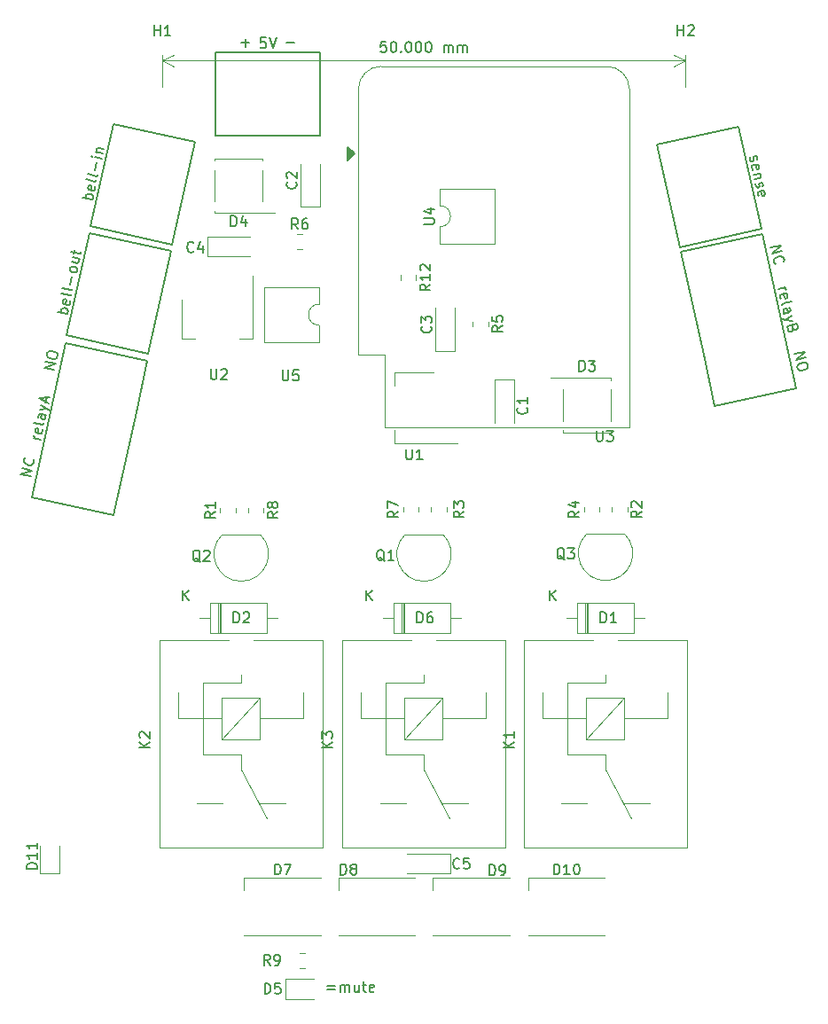
<source format=gbr>
%TF.GenerationSoftware,KiCad,Pcbnew,5.1.9*%
%TF.CreationDate,2021-02-19T00:33:09+01:00*%
%TF.ProjectId,klingel,6b6c696e-6765-46c2-9e6b-696361645f70,rev?*%
%TF.SameCoordinates,Original*%
%TF.FileFunction,Legend,Top*%
%TF.FilePolarity,Positive*%
%FSLAX46Y46*%
G04 Gerber Fmt 4.6, Leading zero omitted, Abs format (unit mm)*
G04 Created by KiCad (PCBNEW 5.1.9) date 2021-02-19 00:33:09*
%MOMM*%
%LPD*%
G01*
G04 APERTURE LIST*
%ADD10C,0.150000*%
%ADD11C,0.120000*%
G04 APERTURE END LIST*
D10*
X90785714Y-130928571D02*
X91547619Y-130928571D01*
X91547619Y-131214285D02*
X90785714Y-131214285D01*
X92023809Y-131452380D02*
X92023809Y-130785714D01*
X92023809Y-130880952D02*
X92071428Y-130833333D01*
X92166666Y-130785714D01*
X92309523Y-130785714D01*
X92404761Y-130833333D01*
X92452380Y-130928571D01*
X92452380Y-131452380D01*
X92452380Y-130928571D02*
X92500000Y-130833333D01*
X92595238Y-130785714D01*
X92738095Y-130785714D01*
X92833333Y-130833333D01*
X92880952Y-130928571D01*
X92880952Y-131452380D01*
X93785714Y-130785714D02*
X93785714Y-131452380D01*
X93357142Y-130785714D02*
X93357142Y-131309523D01*
X93404761Y-131404761D01*
X93500000Y-131452380D01*
X93642857Y-131452380D01*
X93738095Y-131404761D01*
X93785714Y-131357142D01*
X94119047Y-130785714D02*
X94500000Y-130785714D01*
X94261904Y-130452380D02*
X94261904Y-131309523D01*
X94309523Y-131404761D01*
X94404761Y-131452380D01*
X94500000Y-131452380D01*
X95214285Y-131404761D02*
X95119047Y-131452380D01*
X94928571Y-131452380D01*
X94833333Y-131404761D01*
X94785714Y-131309523D01*
X94785714Y-130928571D01*
X94833333Y-130833333D01*
X94928571Y-130785714D01*
X95119047Y-130785714D01*
X95214285Y-130833333D01*
X95261904Y-130928571D01*
X95261904Y-131023809D01*
X94785714Y-131119047D01*
X62447366Y-82242434D02*
X61471070Y-82025994D01*
X62571046Y-81684550D01*
X61594750Y-81468111D01*
X62704812Y-80641151D02*
X62740995Y-80697948D01*
X62756566Y-80847725D01*
X62735952Y-80940706D01*
X62658542Y-81069870D01*
X62544948Y-81142237D01*
X62441661Y-81168114D01*
X62245393Y-81173378D01*
X62105922Y-81142458D01*
X61930268Y-81054741D01*
X61847594Y-80987638D01*
X61775227Y-80874044D01*
X61759656Y-80724266D01*
X61780270Y-80631286D01*
X61857680Y-80502121D01*
X61914477Y-80465938D01*
X64704522Y-72061061D02*
X63728226Y-71844622D01*
X64828202Y-71503178D01*
X63851906Y-71286738D01*
X63996199Y-70635874D02*
X64037426Y-70449913D01*
X64104529Y-70367239D01*
X64218123Y-70294872D01*
X64414391Y-70289608D01*
X64739823Y-70361755D01*
X64915477Y-70449472D01*
X64987845Y-70563065D01*
X65013722Y-70666353D01*
X64972495Y-70852314D01*
X64905391Y-70934988D01*
X64791798Y-71007355D01*
X64595530Y-71012619D01*
X64270098Y-70940472D01*
X64094443Y-70852755D01*
X64022076Y-70739161D01*
X63996199Y-70635874D01*
X133128551Y-60383891D02*
X134104847Y-60167452D01*
X133252231Y-60941775D01*
X134228527Y-60725335D01*
X133571957Y-61943948D02*
X133515160Y-61907764D01*
X133437750Y-61778600D01*
X133417137Y-61685619D01*
X133432707Y-61535842D01*
X133505075Y-61422248D01*
X133587748Y-61355145D01*
X133763403Y-61267428D01*
X133902874Y-61236508D01*
X134099142Y-61241771D01*
X134202429Y-61267648D01*
X134316023Y-61340016D01*
X134393433Y-61469180D01*
X134414046Y-61562160D01*
X134398476Y-61711938D01*
X134362292Y-61768735D01*
X135385707Y-70565264D02*
X136362003Y-70348825D01*
X135509387Y-71123148D01*
X136485683Y-70906708D01*
X136629976Y-71557572D02*
X136671202Y-71743533D01*
X136645325Y-71846820D01*
X136572958Y-71960414D01*
X136397303Y-72048131D01*
X136071871Y-72120278D01*
X135875604Y-72115014D01*
X135762010Y-72042647D01*
X135694906Y-71959973D01*
X135653680Y-71774012D01*
X135679557Y-71670724D01*
X135751924Y-71557130D01*
X135927578Y-71469414D01*
X136253010Y-71397267D01*
X136449278Y-71402531D01*
X136562872Y-71474898D01*
X136629976Y-71557572D01*
X82566190Y-40838428D02*
X83328095Y-40838428D01*
X82947142Y-41219380D02*
X82947142Y-40457476D01*
X86851904Y-40838428D02*
X87613809Y-40838428D01*
X96380952Y-40727380D02*
X95904761Y-40727380D01*
X95857142Y-41203571D01*
X95904761Y-41155952D01*
X96000000Y-41108333D01*
X96238095Y-41108333D01*
X96333333Y-41155952D01*
X96380952Y-41203571D01*
X96428571Y-41298809D01*
X96428571Y-41536904D01*
X96380952Y-41632142D01*
X96333333Y-41679761D01*
X96238095Y-41727380D01*
X96000000Y-41727380D01*
X95904761Y-41679761D01*
X95857142Y-41632142D01*
X97047619Y-40727380D02*
X97142857Y-40727380D01*
X97238095Y-40775000D01*
X97285714Y-40822619D01*
X97333333Y-40917857D01*
X97380952Y-41108333D01*
X97380952Y-41346428D01*
X97333333Y-41536904D01*
X97285714Y-41632142D01*
X97238095Y-41679761D01*
X97142857Y-41727380D01*
X97047619Y-41727380D01*
X96952380Y-41679761D01*
X96904761Y-41632142D01*
X96857142Y-41536904D01*
X96809523Y-41346428D01*
X96809523Y-41108333D01*
X96857142Y-40917857D01*
X96904761Y-40822619D01*
X96952380Y-40775000D01*
X97047619Y-40727380D01*
X97809523Y-41632142D02*
X97857142Y-41679761D01*
X97809523Y-41727380D01*
X97761904Y-41679761D01*
X97809523Y-41632142D01*
X97809523Y-41727380D01*
X98476190Y-40727380D02*
X98571428Y-40727380D01*
X98666666Y-40775000D01*
X98714285Y-40822619D01*
X98761904Y-40917857D01*
X98809523Y-41108333D01*
X98809523Y-41346428D01*
X98761904Y-41536904D01*
X98714285Y-41632142D01*
X98666666Y-41679761D01*
X98571428Y-41727380D01*
X98476190Y-41727380D01*
X98380952Y-41679761D01*
X98333333Y-41632142D01*
X98285714Y-41536904D01*
X98238095Y-41346428D01*
X98238095Y-41108333D01*
X98285714Y-40917857D01*
X98333333Y-40822619D01*
X98380952Y-40775000D01*
X98476190Y-40727380D01*
X99428571Y-40727380D02*
X99523809Y-40727380D01*
X99619047Y-40775000D01*
X99666666Y-40822619D01*
X99714285Y-40917857D01*
X99761904Y-41108333D01*
X99761904Y-41346428D01*
X99714285Y-41536904D01*
X99666666Y-41632142D01*
X99619047Y-41679761D01*
X99523809Y-41727380D01*
X99428571Y-41727380D01*
X99333333Y-41679761D01*
X99285714Y-41632142D01*
X99238095Y-41536904D01*
X99190476Y-41346428D01*
X99190476Y-41108333D01*
X99238095Y-40917857D01*
X99285714Y-40822619D01*
X99333333Y-40775000D01*
X99428571Y-40727380D01*
X100380952Y-40727380D02*
X100476190Y-40727380D01*
X100571428Y-40775000D01*
X100619047Y-40822619D01*
X100666666Y-40917857D01*
X100714285Y-41108333D01*
X100714285Y-41346428D01*
X100666666Y-41536904D01*
X100619047Y-41632142D01*
X100571428Y-41679761D01*
X100476190Y-41727380D01*
X100380952Y-41727380D01*
X100285714Y-41679761D01*
X100238095Y-41632142D01*
X100190476Y-41536904D01*
X100142857Y-41346428D01*
X100142857Y-41108333D01*
X100190476Y-40917857D01*
X100238095Y-40822619D01*
X100285714Y-40775000D01*
X100380952Y-40727380D01*
X101904761Y-41727380D02*
X101904761Y-41060714D01*
X101904761Y-41155952D02*
X101952380Y-41108333D01*
X102047619Y-41060714D01*
X102190476Y-41060714D01*
X102285714Y-41108333D01*
X102333333Y-41203571D01*
X102333333Y-41727380D01*
X102333333Y-41203571D02*
X102380952Y-41108333D01*
X102476190Y-41060714D01*
X102619047Y-41060714D01*
X102714285Y-41108333D01*
X102761904Y-41203571D01*
X102761904Y-41727380D01*
X103238095Y-41727380D02*
X103238095Y-41060714D01*
X103238095Y-41155952D02*
X103285714Y-41108333D01*
X103380952Y-41060714D01*
X103523809Y-41060714D01*
X103619047Y-41108333D01*
X103666666Y-41203571D01*
X103666666Y-41727380D01*
X103666666Y-41203571D02*
X103714285Y-41108333D01*
X103809523Y-41060714D01*
X103952380Y-41060714D01*
X104047619Y-41108333D01*
X104095238Y-41203571D01*
X104095238Y-41727380D01*
D11*
X75000000Y-42545000D02*
X125000000Y-42545000D01*
X75000000Y-45085000D02*
X75000000Y-41958579D01*
X125000000Y-45085000D02*
X125000000Y-41958579D01*
X125000000Y-42545000D02*
X123873496Y-43131421D01*
X125000000Y-42545000D02*
X123873496Y-41958579D01*
X75000000Y-42545000D02*
X76126504Y-43131421D01*
X75000000Y-42545000D02*
X76126504Y-41958579D01*
%TO.C,R12*%
X99235000Y-63022936D02*
X99235000Y-63477064D01*
X97765000Y-63022936D02*
X97765000Y-63477064D01*
%TO.C,D11*%
X63290000Y-117500000D02*
X63290000Y-120185000D01*
X63290000Y-120185000D02*
X65210000Y-120185000D01*
X65210000Y-120185000D02*
X65210000Y-117500000D01*
%TO.C,U3*%
X96290000Y-77555000D02*
X119610000Y-77555000D01*
X93750000Y-70655000D02*
X93750000Y-45225000D01*
X119610000Y-77555000D02*
X119610000Y-45225000D01*
X117490000Y-43095000D02*
X95880000Y-43095000D01*
D10*
G36*
X92710000Y-50800000D02*
G01*
X92710000Y-52070000D01*
X93345000Y-51435000D01*
X92710000Y-50800000D01*
G37*
X92710000Y-50800000D02*
X92710000Y-52070000D01*
X93345000Y-51435000D01*
X92710000Y-50800000D01*
D11*
X93750000Y-70655000D02*
X96290000Y-70655000D01*
X96290000Y-70655000D02*
X96290000Y-77555000D01*
X117480000Y-43095000D02*
G75*
G02*
X119610000Y-45225000I0J-2130000D01*
G01*
X93750000Y-45225000D02*
G75*
G02*
X95880000Y-43095000I2130000J0D01*
G01*
%TO.C,C5*%
X98412500Y-120124500D02*
X102497500Y-120124500D01*
X102497500Y-120124500D02*
X102497500Y-118254500D01*
X102497500Y-118254500D02*
X98412500Y-118254500D01*
%TO.C,U5*%
X89976000Y-65802000D02*
X89976000Y-64152000D01*
X89976000Y-64152000D02*
X84776000Y-64152000D01*
X84776000Y-64152000D02*
X84776000Y-69452000D01*
X84776000Y-69452000D02*
X89976000Y-69452000D01*
X89976000Y-69452000D02*
X89976000Y-67802000D01*
X89976000Y-67802000D02*
G75*
G02*
X89976000Y-65802000I0J1000000D01*
G01*
D10*
%TO.C,J4*%
X77045273Y-55219118D02*
X75962253Y-60104308D01*
X75962253Y-60104308D02*
X68175706Y-58378072D01*
X68175706Y-58378072D02*
X70341747Y-48607692D01*
X70341747Y-48607692D02*
X78128294Y-50333928D01*
X78128294Y-50333928D02*
X77045273Y-55219118D01*
D11*
%TO.C,C4*%
X83388000Y-59390000D02*
X79303000Y-59390000D01*
X79303000Y-59390000D02*
X79303000Y-61260000D01*
X79303000Y-61260000D02*
X83388000Y-61260000D01*
%TO.C,C3*%
X101109500Y-66154500D02*
X101109500Y-70239500D01*
X101109500Y-70239500D02*
X102979500Y-70239500D01*
X102979500Y-70239500D02*
X102979500Y-66154500D01*
%TO.C,C2*%
X88219000Y-52375000D02*
X88219000Y-56460000D01*
X88219000Y-56460000D02*
X90089000Y-56460000D01*
X90089000Y-56460000D02*
X90089000Y-52375000D01*
%TO.C,C1*%
X108631000Y-77101500D02*
X108631000Y-73016500D01*
X108631000Y-73016500D02*
X106761000Y-73016500D01*
X106761000Y-73016500D02*
X106761000Y-77101500D01*
%TO.C,U4*%
X101540000Y-58404000D02*
X101540000Y-60054000D01*
X101540000Y-60054000D02*
X106740000Y-60054000D01*
X106740000Y-60054000D02*
X106740000Y-54754000D01*
X106740000Y-54754000D02*
X101540000Y-54754000D01*
X101540000Y-54754000D02*
X101540000Y-56404000D01*
X101540000Y-56404000D02*
G75*
G02*
X101540000Y-58404000I0J-1000000D01*
G01*
%TO.C,U2*%
X76854000Y-69093000D02*
X78114000Y-69093000D01*
X83674000Y-69093000D02*
X82414000Y-69093000D01*
X76854000Y-65333000D02*
X76854000Y-69093000D01*
X83674000Y-63083000D02*
X83674000Y-69093000D01*
%TO.C,U1*%
X97150000Y-72282000D02*
X97150000Y-73542000D01*
X97150000Y-79102000D02*
X97150000Y-77842000D01*
X100910000Y-72282000D02*
X97150000Y-72282000D01*
X103160000Y-79102000D02*
X97150000Y-79102000D01*
%TO.C,R9*%
X88619064Y-129195500D02*
X88164936Y-129195500D01*
X88619064Y-127725500D02*
X88164936Y-127725500D01*
%TO.C,R8*%
X84682000Y-85243936D02*
X84682000Y-85698064D01*
X83212000Y-85243936D02*
X83212000Y-85698064D01*
%TO.C,R7*%
X98007500Y-85634564D02*
X98007500Y-85180436D01*
X99477500Y-85634564D02*
X99477500Y-85180436D01*
%TO.C,R6*%
X87910936Y-59082000D02*
X88365064Y-59082000D01*
X87910936Y-60552000D02*
X88365064Y-60552000D01*
%TO.C,R5*%
X106145000Y-67463936D02*
X106145000Y-67918064D01*
X104675000Y-67463936D02*
X104675000Y-67918064D01*
%TO.C,R4*%
X115279500Y-85634564D02*
X115279500Y-85180436D01*
X116749500Y-85634564D02*
X116749500Y-85180436D01*
%TO.C,R3*%
X100674500Y-85634564D02*
X100674500Y-85180436D01*
X102144500Y-85634564D02*
X102144500Y-85180436D01*
%TO.C,R2*%
X119416500Y-85180436D02*
X119416500Y-85634564D01*
X117946500Y-85180436D02*
X117946500Y-85634564D01*
%TO.C,R1*%
X80545000Y-85698064D02*
X80545000Y-85243936D01*
X82015000Y-85698064D02*
X82015000Y-85243936D01*
%TO.C,Q3*%
X119148000Y-87748500D02*
X115548000Y-87748500D01*
X115509522Y-87760022D02*
G75*
G03*
X117348000Y-92198500I1838478J-1838478D01*
G01*
X119186478Y-87760022D02*
G75*
G02*
X117348000Y-92198500I-1838478J-1838478D01*
G01*
%TO.C,Q2*%
X84350000Y-87812000D02*
X80750000Y-87812000D01*
X80711522Y-87823522D02*
G75*
G03*
X82550000Y-92262000I1838478J-1838478D01*
G01*
X84388478Y-87823522D02*
G75*
G02*
X82550000Y-92262000I-1838478J-1838478D01*
G01*
%TO.C,Q1*%
X101812500Y-87812000D02*
X98212500Y-87812000D01*
X98174022Y-87823522D02*
G75*
G03*
X100012500Y-92262000I1838478J-1838478D01*
G01*
X101850978Y-87823522D02*
G75*
G02*
X100012500Y-92262000I-1838478J-1838478D01*
G01*
%TO.C,K3*%
X98800000Y-97914000D02*
X92200000Y-97914000D01*
X107800000Y-97914000D02*
X101200000Y-97914000D01*
X107800000Y-97914000D02*
X107800000Y-117714000D01*
X107800000Y-117714000D02*
X92200000Y-117714000D01*
X92200000Y-117714000D02*
X92200000Y-97914000D01*
X95800000Y-113464000D02*
X98250000Y-113464000D01*
X104200000Y-113464000D02*
X101700000Y-113464000D01*
X93950000Y-102864000D02*
X93950000Y-105364000D01*
X99950000Y-101964000D02*
X99950000Y-101164000D01*
X105950000Y-105364000D02*
X105950000Y-102864000D01*
X99950000Y-108764000D02*
X99950000Y-110264000D01*
X99950000Y-110264000D02*
X102450000Y-114864000D01*
X96350000Y-108764000D02*
X96350000Y-101964000D01*
X99950000Y-108764000D02*
X96350000Y-108764000D01*
X99950000Y-101964000D02*
X96350000Y-101964000D01*
X105950000Y-105364000D02*
X101750000Y-105364000D01*
X98150000Y-105364000D02*
X93950000Y-105364000D01*
X98150000Y-107364000D02*
X101750000Y-103364000D01*
X98150000Y-103364000D02*
X101750000Y-103364000D01*
X101750000Y-103364000D02*
X101750000Y-107364000D01*
X101750000Y-107364000D02*
X98150000Y-107364000D01*
X98150000Y-107364000D02*
X98150000Y-103364000D01*
%TO.C,K2*%
X81350000Y-97914000D02*
X74750000Y-97914000D01*
X90350000Y-97914000D02*
X83750000Y-97914000D01*
X90350000Y-97914000D02*
X90350000Y-117714000D01*
X90350000Y-117714000D02*
X74750000Y-117714000D01*
X74750000Y-117714000D02*
X74750000Y-97914000D01*
X78350000Y-113464000D02*
X80800000Y-113464000D01*
X86750000Y-113464000D02*
X84250000Y-113464000D01*
X76500000Y-102864000D02*
X76500000Y-105364000D01*
X82500000Y-101964000D02*
X82500000Y-101164000D01*
X88500000Y-105364000D02*
X88500000Y-102864000D01*
X82500000Y-108764000D02*
X82500000Y-110264000D01*
X82500000Y-110264000D02*
X85000000Y-114864000D01*
X78900000Y-108764000D02*
X78900000Y-101964000D01*
X82500000Y-108764000D02*
X78900000Y-108764000D01*
X82500000Y-101964000D02*
X78900000Y-101964000D01*
X88500000Y-105364000D02*
X84300000Y-105364000D01*
X80700000Y-105364000D02*
X76500000Y-105364000D01*
X80700000Y-107364000D02*
X84300000Y-103364000D01*
X80700000Y-103364000D02*
X84300000Y-103364000D01*
X84300000Y-103364000D02*
X84300000Y-107364000D01*
X84300000Y-107364000D02*
X80700000Y-107364000D01*
X80700000Y-107364000D02*
X80700000Y-103364000D01*
%TO.C,K1*%
X116148000Y-97914000D02*
X109548000Y-97914000D01*
X125148000Y-97914000D02*
X118548000Y-97914000D01*
X125148000Y-97914000D02*
X125148000Y-117714000D01*
X125148000Y-117714000D02*
X109548000Y-117714000D01*
X109548000Y-117714000D02*
X109548000Y-97914000D01*
X113148000Y-113464000D02*
X115598000Y-113464000D01*
X121548000Y-113464000D02*
X119048000Y-113464000D01*
X111298000Y-102864000D02*
X111298000Y-105364000D01*
X117298000Y-101964000D02*
X117298000Y-101164000D01*
X123298000Y-105364000D02*
X123298000Y-102864000D01*
X117298000Y-108764000D02*
X117298000Y-110264000D01*
X117298000Y-110264000D02*
X119798000Y-114864000D01*
X113698000Y-108764000D02*
X113698000Y-101964000D01*
X117298000Y-108764000D02*
X113698000Y-108764000D01*
X117298000Y-101964000D02*
X113698000Y-101964000D01*
X123298000Y-105364000D02*
X119098000Y-105364000D01*
X115498000Y-105364000D02*
X111298000Y-105364000D01*
X115498000Y-107364000D02*
X119098000Y-103364000D01*
X115498000Y-103364000D02*
X119098000Y-103364000D01*
X119098000Y-103364000D02*
X119098000Y-107364000D01*
X119098000Y-107364000D02*
X115498000Y-107364000D01*
X115498000Y-107364000D02*
X115498000Y-103364000D01*
D10*
%TO.C,J6*%
X85090000Y-49707800D02*
X80086200Y-49707800D01*
X80086200Y-49707800D02*
X80086200Y-41732200D01*
X80086200Y-41732200D02*
X90093800Y-41732200D01*
X90093800Y-41732200D02*
X90093800Y-49707800D01*
X90093800Y-49707800D02*
X85090000Y-49707800D01*
%TO.C,J5*%
X74759273Y-65633118D02*
X73676253Y-70518308D01*
X73676253Y-70518308D02*
X65889706Y-68792072D01*
X65889706Y-68792072D02*
X68055747Y-59021692D01*
X68055747Y-59021692D02*
X75842294Y-60747928D01*
X75842294Y-60747928D02*
X74759273Y-65633118D01*
%TO.C,J3*%
X127787504Y-75538100D02*
X126704483Y-70652910D01*
X135574050Y-73811864D02*
X127787504Y-75538100D01*
X132308496Y-59081900D02*
X135574050Y-73811864D01*
X124521950Y-60808136D02*
X132308496Y-59081900D01*
X126704483Y-70652910D02*
X124521950Y-60808136D01*
%TO.C,J2*%
X123360727Y-55473118D02*
X122277706Y-50587928D01*
X122277706Y-50587928D02*
X130064253Y-48861692D01*
X130064253Y-48861692D02*
X132230294Y-58632072D01*
X132230294Y-58632072D02*
X124443747Y-60358308D01*
X124443747Y-60358308D02*
X123360727Y-55473118D01*
%TO.C,J1*%
X73598050Y-71222136D02*
X72515030Y-76107326D01*
X65811504Y-69495900D02*
X73598050Y-71222136D01*
X62545950Y-84225864D02*
X65811504Y-69495900D01*
X70332496Y-85952100D02*
X62545950Y-84225864D01*
X72515030Y-76107326D02*
X70332496Y-85952100D01*
D11*
%TO.C,D10*%
X109951500Y-126067000D02*
X117251500Y-126067000D01*
X109951500Y-121717000D02*
X109951500Y-120567000D01*
X109951500Y-120567000D02*
X117251500Y-120567000D01*
%TO.C,D9*%
X100871000Y-126067000D02*
X108171000Y-126067000D01*
X100871000Y-121717000D02*
X100871000Y-120567000D01*
X100871000Y-120567000D02*
X108171000Y-120567000D01*
%TO.C,D8*%
X91854000Y-126067000D02*
X99154000Y-126067000D01*
X91854000Y-121717000D02*
X91854000Y-120567000D01*
X91854000Y-120567000D02*
X99154000Y-120567000D01*
%TO.C,D7*%
X82837000Y-126067000D02*
X90137000Y-126067000D01*
X82837000Y-121717000D02*
X82837000Y-120567000D01*
X82837000Y-120567000D02*
X90137000Y-120567000D01*
%TO.C,D6*%
X97102000Y-94288000D02*
X97102000Y-97228000D01*
X97102000Y-97228000D02*
X102542000Y-97228000D01*
X102542000Y-97228000D02*
X102542000Y-94288000D01*
X102542000Y-94288000D02*
X97102000Y-94288000D01*
X96082000Y-95758000D02*
X97102000Y-95758000D01*
X103562000Y-95758000D02*
X102542000Y-95758000D01*
X98002000Y-94288000D02*
X98002000Y-97228000D01*
X98122000Y-94288000D02*
X98122000Y-97228000D01*
X97882000Y-94288000D02*
X97882000Y-97228000D01*
%TO.C,D5*%
X89443000Y-130231000D02*
X86758000Y-130231000D01*
X86758000Y-130231000D02*
X86758000Y-132151000D01*
X86758000Y-132151000D02*
X89443000Y-132151000D01*
%TO.C,D4*%
X79996000Y-56883000D02*
X79996000Y-57083000D01*
X79996000Y-57083000D02*
X85796000Y-57083000D01*
X79996000Y-52083000D02*
X79996000Y-51883000D01*
X79996000Y-51883000D02*
X84596000Y-51883000D01*
X84596000Y-51883000D02*
X84596000Y-52083000D01*
X79996000Y-55983000D02*
X79996000Y-52983000D01*
X84596000Y-52983000D02*
X84596000Y-55983000D01*
%TO.C,D3*%
X117870000Y-73038000D02*
X117870000Y-72838000D01*
X117870000Y-72838000D02*
X112070000Y-72838000D01*
X117870000Y-77838000D02*
X117870000Y-78038000D01*
X117870000Y-78038000D02*
X113270000Y-78038000D01*
X113270000Y-78038000D02*
X113270000Y-77838000D01*
X117870000Y-73938000D02*
X117870000Y-76938000D01*
X113270000Y-76938000D02*
X113270000Y-73938000D01*
%TO.C,D2*%
X79576000Y-94288000D02*
X79576000Y-97228000D01*
X79576000Y-97228000D02*
X85016000Y-97228000D01*
X85016000Y-97228000D02*
X85016000Y-94288000D01*
X85016000Y-94288000D02*
X79576000Y-94288000D01*
X78556000Y-95758000D02*
X79576000Y-95758000D01*
X86036000Y-95758000D02*
X85016000Y-95758000D01*
X80476000Y-94288000D02*
X80476000Y-97228000D01*
X80596000Y-94288000D02*
X80596000Y-97228000D01*
X80356000Y-94288000D02*
X80356000Y-97228000D01*
%TO.C,D1*%
X114628000Y-94288000D02*
X114628000Y-97228000D01*
X114628000Y-97228000D02*
X120068000Y-97228000D01*
X120068000Y-97228000D02*
X120068000Y-94288000D01*
X120068000Y-94288000D02*
X114628000Y-94288000D01*
X113608000Y-95758000D02*
X114628000Y-95758000D01*
X121088000Y-95758000D02*
X120068000Y-95758000D01*
X115528000Y-94288000D02*
X115528000Y-97228000D01*
X115648000Y-94288000D02*
X115648000Y-97228000D01*
X115408000Y-94288000D02*
X115408000Y-97228000D01*
%TO.C,R12*%
D10*
X100602380Y-63892857D02*
X100126190Y-64226190D01*
X100602380Y-64464285D02*
X99602380Y-64464285D01*
X99602380Y-64083333D01*
X99650000Y-63988095D01*
X99697619Y-63940476D01*
X99792857Y-63892857D01*
X99935714Y-63892857D01*
X100030952Y-63940476D01*
X100078571Y-63988095D01*
X100126190Y-64083333D01*
X100126190Y-64464285D01*
X100602380Y-62940476D02*
X100602380Y-63511904D01*
X100602380Y-63226190D02*
X99602380Y-63226190D01*
X99745238Y-63321428D01*
X99840476Y-63416666D01*
X99888095Y-63511904D01*
X99697619Y-62559523D02*
X99650000Y-62511904D01*
X99602380Y-62416666D01*
X99602380Y-62178571D01*
X99650000Y-62083333D01*
X99697619Y-62035714D01*
X99792857Y-61988095D01*
X99888095Y-61988095D01*
X100030952Y-62035714D01*
X100602380Y-62607142D01*
X100602380Y-61988095D01*
%TO.C,D11*%
X63052380Y-119714285D02*
X62052380Y-119714285D01*
X62052380Y-119476190D01*
X62100000Y-119333333D01*
X62195238Y-119238095D01*
X62290476Y-119190476D01*
X62480952Y-119142857D01*
X62623809Y-119142857D01*
X62814285Y-119190476D01*
X62909523Y-119238095D01*
X63004761Y-119333333D01*
X63052380Y-119476190D01*
X63052380Y-119714285D01*
X63052380Y-118190476D02*
X63052380Y-118761904D01*
X63052380Y-118476190D02*
X62052380Y-118476190D01*
X62195238Y-118571428D01*
X62290476Y-118666666D01*
X62338095Y-118761904D01*
X63052380Y-117238095D02*
X63052380Y-117809523D01*
X63052380Y-117523809D02*
X62052380Y-117523809D01*
X62195238Y-117619047D01*
X62290476Y-117714285D01*
X62338095Y-117809523D01*
%TO.C,U3*%
X116488095Y-77887380D02*
X116488095Y-78696904D01*
X116535714Y-78792142D01*
X116583333Y-78839761D01*
X116678571Y-78887380D01*
X116869047Y-78887380D01*
X116964285Y-78839761D01*
X117011904Y-78792142D01*
X117059523Y-78696904D01*
X117059523Y-77887380D01*
X117440476Y-77887380D02*
X118059523Y-77887380D01*
X117726190Y-78268333D01*
X117869047Y-78268333D01*
X117964285Y-78315952D01*
X118011904Y-78363571D01*
X118059523Y-78458809D01*
X118059523Y-78696904D01*
X118011904Y-78792142D01*
X117964285Y-78839761D01*
X117869047Y-78887380D01*
X117583333Y-78887380D01*
X117488095Y-78839761D01*
X117440476Y-78792142D01*
%TO.C,C5*%
X103401833Y-119610142D02*
X103354214Y-119657761D01*
X103211357Y-119705380D01*
X103116119Y-119705380D01*
X102973261Y-119657761D01*
X102878023Y-119562523D01*
X102830404Y-119467285D01*
X102782785Y-119276809D01*
X102782785Y-119133952D01*
X102830404Y-118943476D01*
X102878023Y-118848238D01*
X102973261Y-118753000D01*
X103116119Y-118705380D01*
X103211357Y-118705380D01*
X103354214Y-118753000D01*
X103401833Y-118800619D01*
X104306595Y-118705380D02*
X103830404Y-118705380D01*
X103782785Y-119181571D01*
X103830404Y-119133952D01*
X103925642Y-119086333D01*
X104163738Y-119086333D01*
X104258976Y-119133952D01*
X104306595Y-119181571D01*
X104354214Y-119276809D01*
X104354214Y-119514904D01*
X104306595Y-119610142D01*
X104258976Y-119657761D01*
X104163738Y-119705380D01*
X103925642Y-119705380D01*
X103830404Y-119657761D01*
X103782785Y-119610142D01*
%TO.C,U5*%
X86487095Y-72096380D02*
X86487095Y-72905904D01*
X86534714Y-73001142D01*
X86582333Y-73048761D01*
X86677571Y-73096380D01*
X86868047Y-73096380D01*
X86963285Y-73048761D01*
X87010904Y-73001142D01*
X87058523Y-72905904D01*
X87058523Y-72096380D01*
X88010904Y-72096380D02*
X87534714Y-72096380D01*
X87487095Y-72572571D01*
X87534714Y-72524952D01*
X87629952Y-72477333D01*
X87868047Y-72477333D01*
X87963285Y-72524952D01*
X88010904Y-72572571D01*
X88058523Y-72667809D01*
X88058523Y-72905904D01*
X88010904Y-73001142D01*
X87963285Y-73048761D01*
X87868047Y-73096380D01*
X87629952Y-73096380D01*
X87534714Y-73048761D01*
X87487095Y-73001142D01*
%TO.C,J4*%
X68346107Y-55826870D02*
X67369810Y-55610430D01*
X67741733Y-55692883D02*
X67715856Y-55589596D01*
X67757082Y-55403635D01*
X67824186Y-55320961D01*
X67880983Y-55284777D01*
X67984270Y-55258900D01*
X68263212Y-55320740D01*
X68345886Y-55387844D01*
X68382069Y-55444641D01*
X68407946Y-55547928D01*
X68366720Y-55733889D01*
X68299616Y-55816563D01*
X68577896Y-54561325D02*
X68603773Y-54664612D01*
X68562546Y-54850574D01*
X68495443Y-54933247D01*
X68392155Y-54959124D01*
X68020233Y-54876671D01*
X67937559Y-54809568D01*
X67911682Y-54706280D01*
X67952909Y-54520319D01*
X68020012Y-54437645D01*
X68123300Y-54411768D01*
X68216280Y-54432382D01*
X68206194Y-54917898D01*
X68758372Y-53967258D02*
X68691269Y-54049932D01*
X68587982Y-54075809D01*
X67751156Y-53890289D01*
X68871746Y-53455865D02*
X68804642Y-53538539D01*
X68701355Y-53564416D01*
X67864530Y-53378896D01*
X68582276Y-53001489D02*
X68747183Y-52257645D01*
X69222172Y-51875195D02*
X68571308Y-51730902D01*
X68245876Y-51658756D02*
X68282059Y-51715553D01*
X68338856Y-51679369D01*
X68302673Y-51622572D01*
X68245876Y-51658756D01*
X68338856Y-51679369D01*
X68674374Y-51265999D02*
X69325238Y-51410292D01*
X68767355Y-51286613D02*
X68731171Y-51229816D01*
X68705294Y-51126528D01*
X68736214Y-50987058D01*
X68803318Y-50904384D01*
X68906605Y-50878507D01*
X69417998Y-50991880D01*
%TO.C,H2*%
X124238095Y-40152380D02*
X124238095Y-39152380D01*
X124238095Y-39628571D02*
X124809523Y-39628571D01*
X124809523Y-40152380D02*
X124809523Y-39152380D01*
X125238095Y-39247619D02*
X125285714Y-39200000D01*
X125380952Y-39152380D01*
X125619047Y-39152380D01*
X125714285Y-39200000D01*
X125761904Y-39247619D01*
X125809523Y-39342857D01*
X125809523Y-39438095D01*
X125761904Y-39580952D01*
X125190476Y-40152380D01*
X125809523Y-40152380D01*
%TO.C,H1*%
X74238095Y-40152380D02*
X74238095Y-39152380D01*
X74238095Y-39628571D02*
X74809523Y-39628571D01*
X74809523Y-40152380D02*
X74809523Y-39152380D01*
X75809523Y-40152380D02*
X75238095Y-40152380D01*
X75523809Y-40152380D02*
X75523809Y-39152380D01*
X75428571Y-39295238D01*
X75333333Y-39390476D01*
X75238095Y-39438095D01*
%TO.C,C4*%
X78001833Y-60745642D02*
X77954214Y-60793261D01*
X77811357Y-60840880D01*
X77716119Y-60840880D01*
X77573261Y-60793261D01*
X77478023Y-60698023D01*
X77430404Y-60602785D01*
X77382785Y-60412309D01*
X77382785Y-60269452D01*
X77430404Y-60078976D01*
X77478023Y-59983738D01*
X77573261Y-59888500D01*
X77716119Y-59840880D01*
X77811357Y-59840880D01*
X77954214Y-59888500D01*
X78001833Y-59936119D01*
X78858976Y-60174214D02*
X78858976Y-60840880D01*
X78620880Y-59793261D02*
X78382785Y-60507547D01*
X79001833Y-60507547D01*
%TO.C,C3*%
X100651642Y-67921166D02*
X100699261Y-67968785D01*
X100746880Y-68111642D01*
X100746880Y-68206880D01*
X100699261Y-68349738D01*
X100604023Y-68444976D01*
X100508785Y-68492595D01*
X100318309Y-68540214D01*
X100175452Y-68540214D01*
X99984976Y-68492595D01*
X99889738Y-68444976D01*
X99794500Y-68349738D01*
X99746880Y-68206880D01*
X99746880Y-68111642D01*
X99794500Y-67968785D01*
X99842119Y-67921166D01*
X99746880Y-67587833D02*
X99746880Y-66968785D01*
X100127833Y-67302119D01*
X100127833Y-67159261D01*
X100175452Y-67064023D01*
X100223071Y-67016404D01*
X100318309Y-66968785D01*
X100556404Y-66968785D01*
X100651642Y-67016404D01*
X100699261Y-67064023D01*
X100746880Y-67159261D01*
X100746880Y-67444976D01*
X100699261Y-67540214D01*
X100651642Y-67587833D01*
%TO.C,C2*%
X87761142Y-54141666D02*
X87808761Y-54189285D01*
X87856380Y-54332142D01*
X87856380Y-54427380D01*
X87808761Y-54570238D01*
X87713523Y-54665476D01*
X87618285Y-54713095D01*
X87427809Y-54760714D01*
X87284952Y-54760714D01*
X87094476Y-54713095D01*
X86999238Y-54665476D01*
X86904000Y-54570238D01*
X86856380Y-54427380D01*
X86856380Y-54332142D01*
X86904000Y-54189285D01*
X86951619Y-54141666D01*
X86951619Y-53760714D02*
X86904000Y-53713095D01*
X86856380Y-53617857D01*
X86856380Y-53379761D01*
X86904000Y-53284523D01*
X86951619Y-53236904D01*
X87046857Y-53189285D01*
X87142095Y-53189285D01*
X87284952Y-53236904D01*
X87856380Y-53808333D01*
X87856380Y-53189285D01*
%TO.C,C1*%
X109803142Y-75668166D02*
X109850761Y-75715785D01*
X109898380Y-75858642D01*
X109898380Y-75953880D01*
X109850761Y-76096738D01*
X109755523Y-76191976D01*
X109660285Y-76239595D01*
X109469809Y-76287214D01*
X109326952Y-76287214D01*
X109136476Y-76239595D01*
X109041238Y-76191976D01*
X108946000Y-76096738D01*
X108898380Y-75953880D01*
X108898380Y-75858642D01*
X108946000Y-75715785D01*
X108993619Y-75668166D01*
X109898380Y-74715785D02*
X109898380Y-75287214D01*
X109898380Y-75001500D02*
X108898380Y-75001500D01*
X109041238Y-75096738D01*
X109136476Y-75191976D01*
X109184095Y-75287214D01*
%TO.C,U4*%
X99992380Y-58165904D02*
X100801904Y-58165904D01*
X100897142Y-58118285D01*
X100944761Y-58070666D01*
X100992380Y-57975428D01*
X100992380Y-57784952D01*
X100944761Y-57689714D01*
X100897142Y-57642095D01*
X100801904Y-57594476D01*
X99992380Y-57594476D01*
X100325714Y-56689714D02*
X100992380Y-56689714D01*
X99944761Y-56927809D02*
X100659047Y-57165904D01*
X100659047Y-56546857D01*
%TO.C,U2*%
X79629095Y-71969380D02*
X79629095Y-72778904D01*
X79676714Y-72874142D01*
X79724333Y-72921761D01*
X79819571Y-72969380D01*
X80010047Y-72969380D01*
X80105285Y-72921761D01*
X80152904Y-72874142D01*
X80200523Y-72778904D01*
X80200523Y-71969380D01*
X80629095Y-72064619D02*
X80676714Y-72017000D01*
X80771952Y-71969380D01*
X81010047Y-71969380D01*
X81105285Y-72017000D01*
X81152904Y-72064619D01*
X81200523Y-72159857D01*
X81200523Y-72255095D01*
X81152904Y-72397952D01*
X80581476Y-72969380D01*
X81200523Y-72969380D01*
%TO.C,U1*%
X98298095Y-79644380D02*
X98298095Y-80453904D01*
X98345714Y-80549142D01*
X98393333Y-80596761D01*
X98488571Y-80644380D01*
X98679047Y-80644380D01*
X98774285Y-80596761D01*
X98821904Y-80549142D01*
X98869523Y-80453904D01*
X98869523Y-79644380D01*
X99869523Y-80644380D02*
X99298095Y-80644380D01*
X99583809Y-80644380D02*
X99583809Y-79644380D01*
X99488571Y-79787238D01*
X99393333Y-79882476D01*
X99298095Y-79930095D01*
%TO.C,R9*%
X85304333Y-128912880D02*
X84971000Y-128436690D01*
X84732904Y-128912880D02*
X84732904Y-127912880D01*
X85113857Y-127912880D01*
X85209095Y-127960500D01*
X85256714Y-128008119D01*
X85304333Y-128103357D01*
X85304333Y-128246214D01*
X85256714Y-128341452D01*
X85209095Y-128389071D01*
X85113857Y-128436690D01*
X84732904Y-128436690D01*
X85780523Y-128912880D02*
X85971000Y-128912880D01*
X86066238Y-128865261D01*
X86113857Y-128817642D01*
X86209095Y-128674785D01*
X86256714Y-128484309D01*
X86256714Y-128103357D01*
X86209095Y-128008119D01*
X86161476Y-127960500D01*
X86066238Y-127912880D01*
X85875761Y-127912880D01*
X85780523Y-127960500D01*
X85732904Y-128008119D01*
X85685285Y-128103357D01*
X85685285Y-128341452D01*
X85732904Y-128436690D01*
X85780523Y-128484309D01*
X85875761Y-128531928D01*
X86066238Y-128531928D01*
X86161476Y-128484309D01*
X86209095Y-128436690D01*
X86256714Y-128341452D01*
%TO.C,R8*%
X86049380Y-85637666D02*
X85573190Y-85971000D01*
X86049380Y-86209095D02*
X85049380Y-86209095D01*
X85049380Y-85828142D01*
X85097000Y-85732904D01*
X85144619Y-85685285D01*
X85239857Y-85637666D01*
X85382714Y-85637666D01*
X85477952Y-85685285D01*
X85525571Y-85732904D01*
X85573190Y-85828142D01*
X85573190Y-86209095D01*
X85477952Y-85066238D02*
X85430333Y-85161476D01*
X85382714Y-85209095D01*
X85287476Y-85256714D01*
X85239857Y-85256714D01*
X85144619Y-85209095D01*
X85097000Y-85161476D01*
X85049380Y-85066238D01*
X85049380Y-84875761D01*
X85097000Y-84780523D01*
X85144619Y-84732904D01*
X85239857Y-84685285D01*
X85287476Y-84685285D01*
X85382714Y-84732904D01*
X85430333Y-84780523D01*
X85477952Y-84875761D01*
X85477952Y-85066238D01*
X85525571Y-85161476D01*
X85573190Y-85209095D01*
X85668428Y-85256714D01*
X85858904Y-85256714D01*
X85954142Y-85209095D01*
X86001761Y-85161476D01*
X86049380Y-85066238D01*
X86049380Y-84875761D01*
X86001761Y-84780523D01*
X85954142Y-84732904D01*
X85858904Y-84685285D01*
X85668428Y-84685285D01*
X85573190Y-84732904D01*
X85525571Y-84780523D01*
X85477952Y-84875761D01*
%TO.C,R7*%
X97544880Y-85574166D02*
X97068690Y-85907500D01*
X97544880Y-86145595D02*
X96544880Y-86145595D01*
X96544880Y-85764642D01*
X96592500Y-85669404D01*
X96640119Y-85621785D01*
X96735357Y-85574166D01*
X96878214Y-85574166D01*
X96973452Y-85621785D01*
X97021071Y-85669404D01*
X97068690Y-85764642D01*
X97068690Y-86145595D01*
X96544880Y-85240833D02*
X96544880Y-84574166D01*
X97544880Y-85002738D01*
%TO.C,R6*%
X87971333Y-58619380D02*
X87638000Y-58143190D01*
X87399904Y-58619380D02*
X87399904Y-57619380D01*
X87780857Y-57619380D01*
X87876095Y-57667000D01*
X87923714Y-57714619D01*
X87971333Y-57809857D01*
X87971333Y-57952714D01*
X87923714Y-58047952D01*
X87876095Y-58095571D01*
X87780857Y-58143190D01*
X87399904Y-58143190D01*
X88828476Y-57619380D02*
X88638000Y-57619380D01*
X88542761Y-57667000D01*
X88495142Y-57714619D01*
X88399904Y-57857476D01*
X88352285Y-58047952D01*
X88352285Y-58428904D01*
X88399904Y-58524142D01*
X88447523Y-58571761D01*
X88542761Y-58619380D01*
X88733238Y-58619380D01*
X88828476Y-58571761D01*
X88876095Y-58524142D01*
X88923714Y-58428904D01*
X88923714Y-58190809D01*
X88876095Y-58095571D01*
X88828476Y-58047952D01*
X88733238Y-58000333D01*
X88542761Y-58000333D01*
X88447523Y-58047952D01*
X88399904Y-58095571D01*
X88352285Y-58190809D01*
%TO.C,R5*%
X107512380Y-67857666D02*
X107036190Y-68191000D01*
X107512380Y-68429095D02*
X106512380Y-68429095D01*
X106512380Y-68048142D01*
X106560000Y-67952904D01*
X106607619Y-67905285D01*
X106702857Y-67857666D01*
X106845714Y-67857666D01*
X106940952Y-67905285D01*
X106988571Y-67952904D01*
X107036190Y-68048142D01*
X107036190Y-68429095D01*
X106512380Y-66952904D02*
X106512380Y-67429095D01*
X106988571Y-67476714D01*
X106940952Y-67429095D01*
X106893333Y-67333857D01*
X106893333Y-67095761D01*
X106940952Y-67000523D01*
X106988571Y-66952904D01*
X107083809Y-66905285D01*
X107321904Y-66905285D01*
X107417142Y-66952904D01*
X107464761Y-67000523D01*
X107512380Y-67095761D01*
X107512380Y-67333857D01*
X107464761Y-67429095D01*
X107417142Y-67476714D01*
%TO.C,R4*%
X114816880Y-85574166D02*
X114340690Y-85907500D01*
X114816880Y-86145595D02*
X113816880Y-86145595D01*
X113816880Y-85764642D01*
X113864500Y-85669404D01*
X113912119Y-85621785D01*
X114007357Y-85574166D01*
X114150214Y-85574166D01*
X114245452Y-85621785D01*
X114293071Y-85669404D01*
X114340690Y-85764642D01*
X114340690Y-86145595D01*
X114150214Y-84717023D02*
X114816880Y-84717023D01*
X113769261Y-84955119D02*
X114483547Y-85193214D01*
X114483547Y-84574166D01*
%TO.C,R3*%
X103830380Y-85574166D02*
X103354190Y-85907500D01*
X103830380Y-86145595D02*
X102830380Y-86145595D01*
X102830380Y-85764642D01*
X102878000Y-85669404D01*
X102925619Y-85621785D01*
X103020857Y-85574166D01*
X103163714Y-85574166D01*
X103258952Y-85621785D01*
X103306571Y-85669404D01*
X103354190Y-85764642D01*
X103354190Y-86145595D01*
X102830380Y-85240833D02*
X102830380Y-84621785D01*
X103211333Y-84955119D01*
X103211333Y-84812261D01*
X103258952Y-84717023D01*
X103306571Y-84669404D01*
X103401809Y-84621785D01*
X103639904Y-84621785D01*
X103735142Y-84669404D01*
X103782761Y-84717023D01*
X103830380Y-84812261D01*
X103830380Y-85097976D01*
X103782761Y-85193214D01*
X103735142Y-85240833D01*
%TO.C,R2*%
X120783880Y-85574166D02*
X120307690Y-85907500D01*
X120783880Y-86145595D02*
X119783880Y-86145595D01*
X119783880Y-85764642D01*
X119831500Y-85669404D01*
X119879119Y-85621785D01*
X119974357Y-85574166D01*
X120117214Y-85574166D01*
X120212452Y-85621785D01*
X120260071Y-85669404D01*
X120307690Y-85764642D01*
X120307690Y-86145595D01*
X119879119Y-85193214D02*
X119831500Y-85145595D01*
X119783880Y-85050357D01*
X119783880Y-84812261D01*
X119831500Y-84717023D01*
X119879119Y-84669404D01*
X119974357Y-84621785D01*
X120069595Y-84621785D01*
X120212452Y-84669404D01*
X120783880Y-85240833D01*
X120783880Y-84621785D01*
%TO.C,R1*%
X80082380Y-85637666D02*
X79606190Y-85971000D01*
X80082380Y-86209095D02*
X79082380Y-86209095D01*
X79082380Y-85828142D01*
X79130000Y-85732904D01*
X79177619Y-85685285D01*
X79272857Y-85637666D01*
X79415714Y-85637666D01*
X79510952Y-85685285D01*
X79558571Y-85732904D01*
X79606190Y-85828142D01*
X79606190Y-86209095D01*
X80082380Y-84685285D02*
X80082380Y-85256714D01*
X80082380Y-84971000D02*
X79082380Y-84971000D01*
X79225238Y-85066238D01*
X79320476Y-85161476D01*
X79368095Y-85256714D01*
%TO.C,Q3*%
X113442761Y-90209619D02*
X113347523Y-90162000D01*
X113252285Y-90066761D01*
X113109428Y-89923904D01*
X113014190Y-89876285D01*
X112918952Y-89876285D01*
X112966571Y-90114380D02*
X112871333Y-90066761D01*
X112776095Y-89971523D01*
X112728476Y-89781047D01*
X112728476Y-89447714D01*
X112776095Y-89257238D01*
X112871333Y-89162000D01*
X112966571Y-89114380D01*
X113157047Y-89114380D01*
X113252285Y-89162000D01*
X113347523Y-89257238D01*
X113395142Y-89447714D01*
X113395142Y-89781047D01*
X113347523Y-89971523D01*
X113252285Y-90066761D01*
X113157047Y-90114380D01*
X112966571Y-90114380D01*
X113728476Y-89114380D02*
X114347523Y-89114380D01*
X114014190Y-89495333D01*
X114157047Y-89495333D01*
X114252285Y-89542952D01*
X114299904Y-89590571D01*
X114347523Y-89685809D01*
X114347523Y-89923904D01*
X114299904Y-90019142D01*
X114252285Y-90066761D01*
X114157047Y-90114380D01*
X113871333Y-90114380D01*
X113776095Y-90066761D01*
X113728476Y-90019142D01*
%TO.C,Q2*%
X78644761Y-90400119D02*
X78549523Y-90352500D01*
X78454285Y-90257261D01*
X78311428Y-90114404D01*
X78216190Y-90066785D01*
X78120952Y-90066785D01*
X78168571Y-90304880D02*
X78073333Y-90257261D01*
X77978095Y-90162023D01*
X77930476Y-89971547D01*
X77930476Y-89638214D01*
X77978095Y-89447738D01*
X78073333Y-89352500D01*
X78168571Y-89304880D01*
X78359047Y-89304880D01*
X78454285Y-89352500D01*
X78549523Y-89447738D01*
X78597142Y-89638214D01*
X78597142Y-89971547D01*
X78549523Y-90162023D01*
X78454285Y-90257261D01*
X78359047Y-90304880D01*
X78168571Y-90304880D01*
X78978095Y-89400119D02*
X79025714Y-89352500D01*
X79120952Y-89304880D01*
X79359047Y-89304880D01*
X79454285Y-89352500D01*
X79501904Y-89400119D01*
X79549523Y-89495357D01*
X79549523Y-89590595D01*
X79501904Y-89733452D01*
X78930476Y-90304880D01*
X79549523Y-90304880D01*
%TO.C,Q1*%
X96234261Y-90336619D02*
X96139023Y-90289000D01*
X96043785Y-90193761D01*
X95900928Y-90050904D01*
X95805690Y-90003285D01*
X95710452Y-90003285D01*
X95758071Y-90241380D02*
X95662833Y-90193761D01*
X95567595Y-90098523D01*
X95519976Y-89908047D01*
X95519976Y-89574714D01*
X95567595Y-89384238D01*
X95662833Y-89289000D01*
X95758071Y-89241380D01*
X95948547Y-89241380D01*
X96043785Y-89289000D01*
X96139023Y-89384238D01*
X96186642Y-89574714D01*
X96186642Y-89908047D01*
X96139023Y-90098523D01*
X96043785Y-90193761D01*
X95948547Y-90241380D01*
X95758071Y-90241380D01*
X97139023Y-90241380D02*
X96567595Y-90241380D01*
X96853309Y-90241380D02*
X96853309Y-89241380D01*
X96758071Y-89384238D01*
X96662833Y-89479476D01*
X96567595Y-89527095D01*
%TO.C,K3*%
X91252380Y-108152095D02*
X90252380Y-108152095D01*
X91252380Y-107580666D02*
X90680952Y-108009238D01*
X90252380Y-107580666D02*
X90823809Y-108152095D01*
X90252380Y-107247333D02*
X90252380Y-106628285D01*
X90633333Y-106961619D01*
X90633333Y-106818761D01*
X90680952Y-106723523D01*
X90728571Y-106675904D01*
X90823809Y-106628285D01*
X91061904Y-106628285D01*
X91157142Y-106675904D01*
X91204761Y-106723523D01*
X91252380Y-106818761D01*
X91252380Y-107104476D01*
X91204761Y-107199714D01*
X91157142Y-107247333D01*
%TO.C,K2*%
X73802380Y-108152095D02*
X72802380Y-108152095D01*
X73802380Y-107580666D02*
X73230952Y-108009238D01*
X72802380Y-107580666D02*
X73373809Y-108152095D01*
X72897619Y-107199714D02*
X72850000Y-107152095D01*
X72802380Y-107056857D01*
X72802380Y-106818761D01*
X72850000Y-106723523D01*
X72897619Y-106675904D01*
X72992857Y-106628285D01*
X73088095Y-106628285D01*
X73230952Y-106675904D01*
X73802380Y-107247333D01*
X73802380Y-106628285D01*
%TO.C,K1*%
X108600380Y-108152095D02*
X107600380Y-108152095D01*
X108600380Y-107580666D02*
X108028952Y-108009238D01*
X107600380Y-107580666D02*
X108171809Y-108152095D01*
X108600380Y-106628285D02*
X108600380Y-107199714D01*
X108600380Y-106914000D02*
X107600380Y-106914000D01*
X107743238Y-107009238D01*
X107838476Y-107104476D01*
X107886095Y-107199714D01*
%TO.C,J6*%
X84899523Y-40346380D02*
X84423333Y-40346380D01*
X84375714Y-40822571D01*
X84423333Y-40774952D01*
X84518571Y-40727333D01*
X84756666Y-40727333D01*
X84851904Y-40774952D01*
X84899523Y-40822571D01*
X84947142Y-40917809D01*
X84947142Y-41155904D01*
X84899523Y-41251142D01*
X84851904Y-41298761D01*
X84756666Y-41346380D01*
X84518571Y-41346380D01*
X84423333Y-41298761D01*
X84375714Y-41251142D01*
X85232857Y-40346380D02*
X85566190Y-41346380D01*
X85899523Y-40346380D01*
%TO.C,J5*%
X65951887Y-66729018D02*
X64975591Y-66512578D01*
X65347513Y-66595031D02*
X65321636Y-66491744D01*
X65362863Y-66305783D01*
X65429966Y-66223109D01*
X65486763Y-66186925D01*
X65590050Y-66161048D01*
X65868992Y-66222888D01*
X65951666Y-66289992D01*
X65987850Y-66346789D01*
X66013727Y-66450076D01*
X65972500Y-66636037D01*
X65905396Y-66718711D01*
X66183676Y-65463473D02*
X66209553Y-65566760D01*
X66168326Y-65752722D01*
X66101223Y-65835395D01*
X65997936Y-65861272D01*
X65626013Y-65778819D01*
X65543339Y-65711716D01*
X65517462Y-65608428D01*
X65558689Y-65422467D01*
X65625792Y-65339793D01*
X65729080Y-65313916D01*
X65822060Y-65334530D01*
X65811974Y-65820046D01*
X66364153Y-64869406D02*
X66297049Y-64952080D01*
X66193762Y-64977957D01*
X65356937Y-64792437D01*
X66477526Y-64358013D02*
X66410422Y-64440687D01*
X66307135Y-64466564D01*
X65470310Y-64281044D01*
X66188057Y-63903637D02*
X66352963Y-63159793D01*
X66858872Y-62637872D02*
X66791768Y-62720546D01*
X66734971Y-62756730D01*
X66631684Y-62782607D01*
X66352742Y-62720767D01*
X66270068Y-62653663D01*
X66233885Y-62596867D01*
X66208008Y-62493579D01*
X66238928Y-62354108D01*
X66306031Y-62271435D01*
X66362828Y-62235251D01*
X66466115Y-62209374D01*
X66745057Y-62271214D01*
X66827731Y-62338317D01*
X66863915Y-62395114D01*
X66889792Y-62498402D01*
X66858872Y-62637872D01*
X66465674Y-61331322D02*
X67116538Y-61475615D01*
X66372914Y-61749735D02*
X66884307Y-61863108D01*
X66987594Y-61837231D01*
X67054698Y-61754557D01*
X67085618Y-61615086D01*
X67059741Y-61511799D01*
X67023557Y-61455002D01*
X66537820Y-61005890D02*
X66620274Y-60633968D01*
X66243308Y-60794273D02*
X67080134Y-60979792D01*
X67183421Y-60953915D01*
X67250524Y-60871241D01*
X67271138Y-60778261D01*
%TO.C,J3*%
X133864454Y-64317802D02*
X134515318Y-64173509D01*
X134329357Y-64214736D02*
X134432644Y-64240613D01*
X134489441Y-64276796D01*
X134556545Y-64359470D01*
X134577158Y-64452451D01*
X134127384Y-65283791D02*
X134060281Y-65201118D01*
X134019054Y-65015156D01*
X134044931Y-64911869D01*
X134127605Y-64844766D01*
X134499527Y-64762312D01*
X134602814Y-64788189D01*
X134669918Y-64870863D01*
X134711145Y-65056824D01*
X134685268Y-65160112D01*
X134602594Y-65227215D01*
X134509613Y-65247829D01*
X134313566Y-64803539D01*
X134214880Y-65898472D02*
X134240757Y-65795185D01*
X134323431Y-65728081D01*
X135160256Y-65542561D01*
X134390093Y-66688807D02*
X134901486Y-66575434D01*
X134984160Y-66508330D01*
X135010037Y-66405043D01*
X134968811Y-66219082D01*
X134901707Y-66136408D01*
X134436584Y-66678500D02*
X134369480Y-66595826D01*
X134317947Y-66363375D01*
X134343824Y-66260087D01*
X134426498Y-66192984D01*
X134519478Y-66172371D01*
X134622765Y-66198248D01*
X134689869Y-66280921D01*
X134741402Y-66513373D01*
X134808506Y-66596047D01*
X135123411Y-66916436D02*
X134524080Y-67293180D01*
X135226477Y-67381339D02*
X134524080Y-67293180D01*
X134271015Y-67251733D01*
X134214218Y-67215549D01*
X134147115Y-67132875D01*
X135241606Y-68109613D02*
X135226036Y-68259390D01*
X135189852Y-68316187D01*
X135107178Y-68383291D01*
X134967707Y-68414211D01*
X134864420Y-68388334D01*
X134807623Y-68352150D01*
X134740519Y-68269476D01*
X134658066Y-67897554D01*
X135634362Y-67681114D01*
X135706509Y-68006546D01*
X135680632Y-68109834D01*
X135644448Y-68166631D01*
X135561774Y-68233734D01*
X135468794Y-68254348D01*
X135365506Y-68228471D01*
X135308709Y-68192287D01*
X135241606Y-68109613D01*
X135169459Y-67784181D01*
%TO.C,J2*%
X131153018Y-51770211D02*
X131127141Y-51873499D01*
X131168367Y-52059460D01*
X131235471Y-52142134D01*
X131338758Y-52168011D01*
X131385249Y-52157704D01*
X131467922Y-52090600D01*
X131493799Y-51987313D01*
X131462879Y-51847842D01*
X131488756Y-51744555D01*
X131571430Y-51677452D01*
X131617921Y-51667145D01*
X131721208Y-51693022D01*
X131788311Y-51775696D01*
X131819231Y-51915167D01*
X131793354Y-52018454D01*
X131420991Y-52978959D02*
X131353887Y-52896285D01*
X131312660Y-52710324D01*
X131338537Y-52607037D01*
X131421211Y-52539933D01*
X131793134Y-52457480D01*
X131896421Y-52483357D01*
X131963524Y-52566031D01*
X132004751Y-52751992D01*
X131978874Y-52855279D01*
X131896200Y-52922383D01*
X131803220Y-52942996D01*
X131607173Y-52498706D01*
X132128431Y-53309875D02*
X131477567Y-53454168D01*
X132035450Y-53330489D02*
X132092247Y-53366672D01*
X132159351Y-53449346D01*
X132190271Y-53588817D01*
X132164394Y-53692104D01*
X132081720Y-53759208D01*
X131570327Y-53872581D01*
X131709577Y-54280687D02*
X131683700Y-54383974D01*
X131724926Y-54569935D01*
X131792030Y-54652609D01*
X131895317Y-54678486D01*
X131941808Y-54668180D01*
X132024481Y-54601076D01*
X132050358Y-54497789D01*
X132019438Y-54358318D01*
X132045315Y-54255031D01*
X132127989Y-54187927D01*
X132174480Y-54177620D01*
X132277767Y-54203497D01*
X132344870Y-54286171D01*
X132375790Y-54425642D01*
X132349913Y-54528929D01*
X131977550Y-55489434D02*
X131910446Y-55406760D01*
X131869219Y-55220799D01*
X131895096Y-55117512D01*
X131977770Y-55050408D01*
X132349693Y-54967955D01*
X132452980Y-54993832D01*
X132520084Y-55076506D01*
X132561310Y-55262467D01*
X132535433Y-55365755D01*
X132452759Y-55432858D01*
X132359779Y-55453471D01*
X132163732Y-55009182D01*
%TO.C,J1*%
X63364019Y-78753212D02*
X62713155Y-78608919D01*
X62899116Y-78650145D02*
X62816442Y-78583042D01*
X62780258Y-78526245D01*
X62754381Y-78422958D01*
X62774995Y-78329977D01*
X63533968Y-77766609D02*
X63559845Y-77869896D01*
X63518618Y-78055858D01*
X63451515Y-78138531D01*
X63348228Y-78164408D01*
X62976305Y-78081955D01*
X62893631Y-78014852D01*
X62867754Y-77911564D01*
X62908981Y-77725603D01*
X62976085Y-77642929D01*
X63079372Y-77617052D01*
X63172352Y-77637666D01*
X63162266Y-78123182D01*
X63714445Y-77172542D02*
X63647341Y-77255216D01*
X63544054Y-77281093D01*
X62707229Y-77095573D01*
X63889658Y-76382207D02*
X63378265Y-76268834D01*
X63274977Y-76294711D01*
X63207874Y-76377385D01*
X63166647Y-76563346D01*
X63192524Y-76666633D01*
X63843167Y-76371901D02*
X63869044Y-76475188D01*
X63817511Y-76707639D01*
X63750408Y-76790313D01*
X63647120Y-76816190D01*
X63554140Y-76795577D01*
X63471466Y-76728473D01*
X63445589Y-76625186D01*
X63497122Y-76392735D01*
X63471245Y-76289447D01*
X63321247Y-75865992D02*
X64023644Y-75777834D01*
X63424313Y-75401089D02*
X64023644Y-75777834D01*
X64235482Y-75922347D01*
X64271666Y-75979144D01*
X64297543Y-76082431D01*
X63868382Y-75158110D02*
X63971449Y-74693207D01*
X64126711Y-75312931D02*
X63222561Y-74771059D01*
X64271004Y-74662067D01*
%TO.C,D10*%
X112387214Y-120269380D02*
X112387214Y-119269380D01*
X112625309Y-119269380D01*
X112768166Y-119317000D01*
X112863404Y-119412238D01*
X112911023Y-119507476D01*
X112958642Y-119697952D01*
X112958642Y-119840809D01*
X112911023Y-120031285D01*
X112863404Y-120126523D01*
X112768166Y-120221761D01*
X112625309Y-120269380D01*
X112387214Y-120269380D01*
X113911023Y-120269380D02*
X113339595Y-120269380D01*
X113625309Y-120269380D02*
X113625309Y-119269380D01*
X113530071Y-119412238D01*
X113434833Y-119507476D01*
X113339595Y-119555095D01*
X114530071Y-119269380D02*
X114625309Y-119269380D01*
X114720547Y-119317000D01*
X114768166Y-119364619D01*
X114815785Y-119459857D01*
X114863404Y-119650333D01*
X114863404Y-119888428D01*
X114815785Y-120078904D01*
X114768166Y-120174142D01*
X114720547Y-120221761D01*
X114625309Y-120269380D01*
X114530071Y-120269380D01*
X114434833Y-120221761D01*
X114387214Y-120174142D01*
X114339595Y-120078904D01*
X114291976Y-119888428D01*
X114291976Y-119650333D01*
X114339595Y-119459857D01*
X114387214Y-119364619D01*
X114434833Y-119317000D01*
X114530071Y-119269380D01*
%TO.C,D9*%
X106259404Y-120340380D02*
X106259404Y-119340380D01*
X106497500Y-119340380D01*
X106640357Y-119388000D01*
X106735595Y-119483238D01*
X106783214Y-119578476D01*
X106830833Y-119768952D01*
X106830833Y-119911809D01*
X106783214Y-120102285D01*
X106735595Y-120197523D01*
X106640357Y-120292761D01*
X106497500Y-120340380D01*
X106259404Y-120340380D01*
X107307023Y-120340380D02*
X107497500Y-120340380D01*
X107592738Y-120292761D01*
X107640357Y-120245142D01*
X107735595Y-120102285D01*
X107783214Y-119911809D01*
X107783214Y-119530857D01*
X107735595Y-119435619D01*
X107687976Y-119388000D01*
X107592738Y-119340380D01*
X107402261Y-119340380D01*
X107307023Y-119388000D01*
X107259404Y-119435619D01*
X107211785Y-119530857D01*
X107211785Y-119768952D01*
X107259404Y-119864190D01*
X107307023Y-119911809D01*
X107402261Y-119959428D01*
X107592738Y-119959428D01*
X107687976Y-119911809D01*
X107735595Y-119864190D01*
X107783214Y-119768952D01*
%TO.C,D8*%
X92035404Y-120276880D02*
X92035404Y-119276880D01*
X92273500Y-119276880D01*
X92416357Y-119324500D01*
X92511595Y-119419738D01*
X92559214Y-119514976D01*
X92606833Y-119705452D01*
X92606833Y-119848309D01*
X92559214Y-120038785D01*
X92511595Y-120134023D01*
X92416357Y-120229261D01*
X92273500Y-120276880D01*
X92035404Y-120276880D01*
X93178261Y-119705452D02*
X93083023Y-119657833D01*
X93035404Y-119610214D01*
X92987785Y-119514976D01*
X92987785Y-119467357D01*
X93035404Y-119372119D01*
X93083023Y-119324500D01*
X93178261Y-119276880D01*
X93368738Y-119276880D01*
X93463976Y-119324500D01*
X93511595Y-119372119D01*
X93559214Y-119467357D01*
X93559214Y-119514976D01*
X93511595Y-119610214D01*
X93463976Y-119657833D01*
X93368738Y-119705452D01*
X93178261Y-119705452D01*
X93083023Y-119753071D01*
X93035404Y-119800690D01*
X92987785Y-119895928D01*
X92987785Y-120086404D01*
X93035404Y-120181642D01*
X93083023Y-120229261D01*
X93178261Y-120276880D01*
X93368738Y-120276880D01*
X93463976Y-120229261D01*
X93511595Y-120181642D01*
X93559214Y-120086404D01*
X93559214Y-119895928D01*
X93511595Y-119800690D01*
X93463976Y-119753071D01*
X93368738Y-119705452D01*
%TO.C,D7*%
X85748904Y-120269380D02*
X85748904Y-119269380D01*
X85987000Y-119269380D01*
X86129857Y-119317000D01*
X86225095Y-119412238D01*
X86272714Y-119507476D01*
X86320333Y-119697952D01*
X86320333Y-119840809D01*
X86272714Y-120031285D01*
X86225095Y-120126523D01*
X86129857Y-120221761D01*
X85987000Y-120269380D01*
X85748904Y-120269380D01*
X86653666Y-119269380D02*
X87320333Y-119269380D01*
X86891761Y-120269380D01*
%TO.C,D6*%
X99337904Y-96210380D02*
X99337904Y-95210380D01*
X99576000Y-95210380D01*
X99718857Y-95258000D01*
X99814095Y-95353238D01*
X99861714Y-95448476D01*
X99909333Y-95638952D01*
X99909333Y-95781809D01*
X99861714Y-95972285D01*
X99814095Y-96067523D01*
X99718857Y-96162761D01*
X99576000Y-96210380D01*
X99337904Y-96210380D01*
X100766476Y-95210380D02*
X100576000Y-95210380D01*
X100480761Y-95258000D01*
X100433142Y-95305619D01*
X100337904Y-95448476D01*
X100290285Y-95638952D01*
X100290285Y-96019904D01*
X100337904Y-96115142D01*
X100385523Y-96162761D01*
X100480761Y-96210380D01*
X100671238Y-96210380D01*
X100766476Y-96162761D01*
X100814095Y-96115142D01*
X100861714Y-96019904D01*
X100861714Y-95781809D01*
X100814095Y-95686571D01*
X100766476Y-95638952D01*
X100671238Y-95591333D01*
X100480761Y-95591333D01*
X100385523Y-95638952D01*
X100337904Y-95686571D01*
X100290285Y-95781809D01*
X94480095Y-94110380D02*
X94480095Y-93110380D01*
X95051523Y-94110380D02*
X94622952Y-93538952D01*
X95051523Y-93110380D02*
X94480095Y-93681809D01*
%TO.C,D5*%
X84796404Y-131643380D02*
X84796404Y-130643380D01*
X85034500Y-130643380D01*
X85177357Y-130691000D01*
X85272595Y-130786238D01*
X85320214Y-130881476D01*
X85367833Y-131071952D01*
X85367833Y-131214809D01*
X85320214Y-131405285D01*
X85272595Y-131500523D01*
X85177357Y-131595761D01*
X85034500Y-131643380D01*
X84796404Y-131643380D01*
X86272595Y-130643380D02*
X85796404Y-130643380D01*
X85748785Y-131119571D01*
X85796404Y-131071952D01*
X85891642Y-131024333D01*
X86129738Y-131024333D01*
X86224976Y-131071952D01*
X86272595Y-131119571D01*
X86320214Y-131214809D01*
X86320214Y-131452904D01*
X86272595Y-131548142D01*
X86224976Y-131595761D01*
X86129738Y-131643380D01*
X85891642Y-131643380D01*
X85796404Y-131595761D01*
X85748785Y-131548142D01*
%TO.C,D4*%
X81557904Y-58364380D02*
X81557904Y-57364380D01*
X81796000Y-57364380D01*
X81938857Y-57412000D01*
X82034095Y-57507238D01*
X82081714Y-57602476D01*
X82129333Y-57792952D01*
X82129333Y-57935809D01*
X82081714Y-58126285D01*
X82034095Y-58221523D01*
X81938857Y-58316761D01*
X81796000Y-58364380D01*
X81557904Y-58364380D01*
X82986476Y-57697714D02*
X82986476Y-58364380D01*
X82748380Y-57316761D02*
X82510285Y-58031047D01*
X83129333Y-58031047D01*
%TO.C,D3*%
X114831904Y-72190380D02*
X114831904Y-71190380D01*
X115070000Y-71190380D01*
X115212857Y-71238000D01*
X115308095Y-71333238D01*
X115355714Y-71428476D01*
X115403333Y-71618952D01*
X115403333Y-71761809D01*
X115355714Y-71952285D01*
X115308095Y-72047523D01*
X115212857Y-72142761D01*
X115070000Y-72190380D01*
X114831904Y-72190380D01*
X115736666Y-71190380D02*
X116355714Y-71190380D01*
X116022380Y-71571333D01*
X116165238Y-71571333D01*
X116260476Y-71618952D01*
X116308095Y-71666571D01*
X116355714Y-71761809D01*
X116355714Y-71999904D01*
X116308095Y-72095142D01*
X116260476Y-72142761D01*
X116165238Y-72190380D01*
X115879523Y-72190380D01*
X115784285Y-72142761D01*
X115736666Y-72095142D01*
%TO.C,D2*%
X81811904Y-96210380D02*
X81811904Y-95210380D01*
X82050000Y-95210380D01*
X82192857Y-95258000D01*
X82288095Y-95353238D01*
X82335714Y-95448476D01*
X82383333Y-95638952D01*
X82383333Y-95781809D01*
X82335714Y-95972285D01*
X82288095Y-96067523D01*
X82192857Y-96162761D01*
X82050000Y-96210380D01*
X81811904Y-96210380D01*
X82764285Y-95305619D02*
X82811904Y-95258000D01*
X82907142Y-95210380D01*
X83145238Y-95210380D01*
X83240476Y-95258000D01*
X83288095Y-95305619D01*
X83335714Y-95400857D01*
X83335714Y-95496095D01*
X83288095Y-95638952D01*
X82716666Y-96210380D01*
X83335714Y-96210380D01*
X76954095Y-94110380D02*
X76954095Y-93110380D01*
X77525523Y-94110380D02*
X77096952Y-93538952D01*
X77525523Y-93110380D02*
X76954095Y-93681809D01*
%TO.C,D1*%
X116863904Y-96210380D02*
X116863904Y-95210380D01*
X117102000Y-95210380D01*
X117244857Y-95258000D01*
X117340095Y-95353238D01*
X117387714Y-95448476D01*
X117435333Y-95638952D01*
X117435333Y-95781809D01*
X117387714Y-95972285D01*
X117340095Y-96067523D01*
X117244857Y-96162761D01*
X117102000Y-96210380D01*
X116863904Y-96210380D01*
X118387714Y-96210380D02*
X117816285Y-96210380D01*
X118102000Y-96210380D02*
X118102000Y-95210380D01*
X118006761Y-95353238D01*
X117911523Y-95448476D01*
X117816285Y-95496095D01*
X112006095Y-94110380D02*
X112006095Y-93110380D01*
X112577523Y-94110380D02*
X112148952Y-93538952D01*
X112577523Y-93110380D02*
X112006095Y-93681809D01*
%TD*%
M02*

</source>
